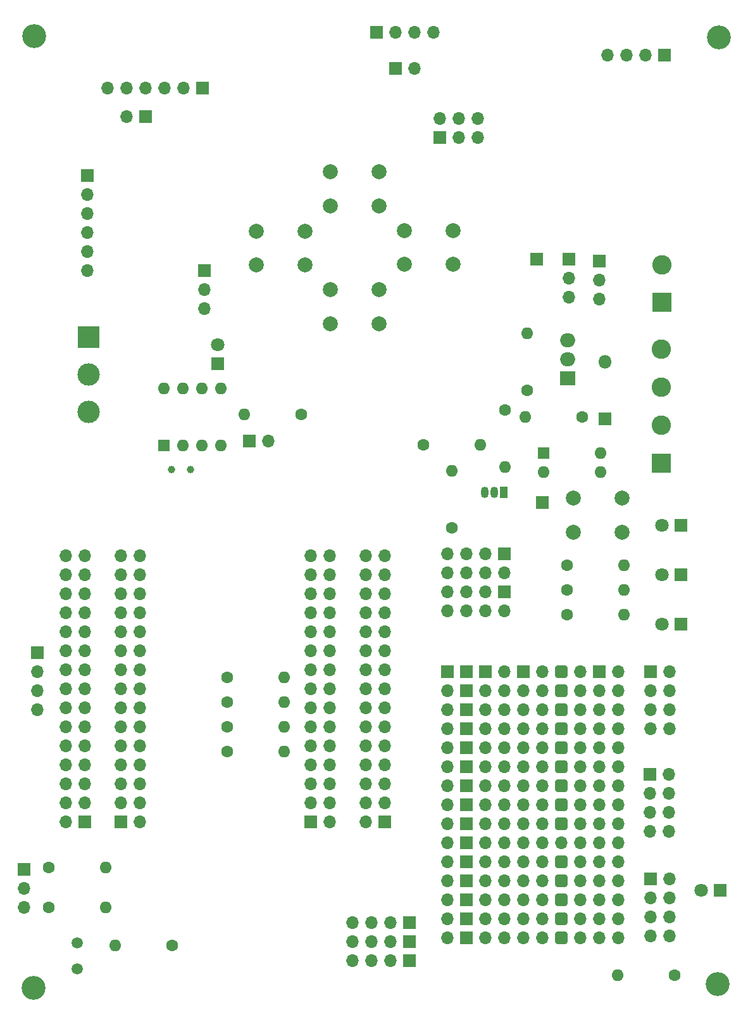
<source format=gbr>
%TF.GenerationSoftware,KiCad,Pcbnew,8.0.1*%
%TF.CreationDate,2024-10-06T13:50:50+02:00*%
%TF.ProjectId,CREPP.io,43524550-502e-4696-9f2e-6b696361645f,rev?*%
%TF.SameCoordinates,Original*%
%TF.FileFunction,Soldermask,Bot*%
%TF.FilePolarity,Negative*%
%FSLAX46Y46*%
G04 Gerber Fmt 4.6, Leading zero omitted, Abs format (unit mm)*
G04 Created by KiCad (PCBNEW 8.0.1) date 2024-10-06 13:50:50*
%MOMM*%
%LPD*%
G01*
G04 APERTURE LIST*
G04 Aperture macros list*
%AMFreePoly0*
4,1,25,-0.850000,0.425000,-0.829199,0.556332,-0.768832,0.674809,-0.674809,0.768832,-0.556332,0.829199,-0.425000,0.850000,0.425000,0.850000,0.556332,0.829199,0.674809,0.768832,0.768832,0.674809,0.829199,0.556332,0.850000,0.425000,0.850000,-0.425000,0.829199,-0.556332,0.768832,-0.674809,0.674809,-0.768832,0.556332,-0.829199,0.425000,-0.850000,-0.425000,-0.850000,-0.556332,-0.829199,
-0.674809,-0.768832,-0.768832,-0.674809,-0.829199,-0.556332,-0.850000,-0.425000,-0.850000,0.425000,-0.850000,0.425000,$1*%
G04 Aperture macros list end*
%ADD10C,1.600000*%
%ADD11O,1.600000X1.600000*%
%ADD12R,1.700000X1.700000*%
%ADD13O,1.700000X1.700000*%
%ADD14R,3.000000X3.000000*%
%ADD15C,3.000000*%
%ADD16R,1.800000X1.800000*%
%ADD17C,1.800000*%
%ADD18C,2.000000*%
%ADD19C,3.200000*%
%ADD20R,2.600000X2.600000*%
%ADD21C,2.600000*%
%ADD22R,1.600000X1.600000*%
%ADD23O,1.800000X1.800000*%
%ADD24C,1.500000*%
%ADD25FreePoly0,0.000000*%
%ADD26C,1.000000*%
%ADD27R,2.000000X1.905000*%
%ADD28O,2.000000X1.905000*%
%ADD29R,1.050000X1.500000*%
%ADD30O,1.050000X1.500000*%
G04 APERTURE END LIST*
D10*
%TO.C,R7*%
X151130000Y-79756000D03*
D11*
X158750000Y-79756000D03*
%TD*%
D12*
%TO.C,J25*%
X86893000Y-24409000D03*
D13*
X86893000Y-26949000D03*
X86893000Y-29489000D03*
X86893000Y-32029000D03*
X86893000Y-34569000D03*
X86893000Y-37109000D03*
%TD*%
D14*
%TO.C,RV1*%
X87122000Y-45974000D03*
D15*
X87122000Y-50974000D03*
X87122000Y-55974000D03*
%TD*%
D12*
%TO.C,J20*%
X130048000Y-129286000D03*
D13*
X127508000Y-129286000D03*
X124968000Y-129286000D03*
X122428000Y-129286000D03*
%TD*%
D12*
%TO.C,J30*%
X151384000Y-35575000D03*
D13*
X151384000Y-38115000D03*
X151384000Y-40655000D03*
%TD*%
D12*
%TO.C,J13*%
X142748000Y-74930000D03*
D13*
X142748000Y-77470000D03*
X140208000Y-74930000D03*
X140208000Y-77470000D03*
X137668000Y-74930000D03*
X137668000Y-77470000D03*
X135128000Y-74930000D03*
X135128000Y-77470000D03*
%TD*%
D16*
%TO.C,D3*%
X166370000Y-84328000D03*
D17*
X163830000Y-84328000D03*
%TD*%
D18*
%TO.C,SW4*%
X119432000Y-39660000D03*
X125932000Y-39660000D03*
X119432000Y-44160000D03*
X125932000Y-44160000D03*
%TD*%
D12*
%TO.C,J4*%
X91440000Y-110744000D03*
D13*
X93980000Y-110744000D03*
X91440000Y-108204000D03*
X93980000Y-108204000D03*
X91440000Y-105664000D03*
X93980000Y-105664000D03*
X91440000Y-103124000D03*
X93980000Y-103124000D03*
X91440000Y-100584000D03*
X93980000Y-100584000D03*
X91440000Y-98044000D03*
X93980000Y-98044000D03*
X91440000Y-95504000D03*
X93980000Y-95504000D03*
X91440000Y-92964000D03*
X93980000Y-92964000D03*
X91440000Y-90424000D03*
X93980000Y-90424000D03*
X91440000Y-87884000D03*
X93980000Y-87884000D03*
X91440000Y-85344000D03*
X93980000Y-85344000D03*
X91440000Y-82804000D03*
X93980000Y-82804000D03*
X91440000Y-80264000D03*
X93980000Y-80264000D03*
X91440000Y-77724000D03*
X93980000Y-77724000D03*
X91440000Y-75184000D03*
X93980000Y-75184000D03*
%TD*%
D12*
%TO.C,J15*%
X142748000Y-80010000D03*
D13*
X142748000Y-82550000D03*
X140208000Y-80010000D03*
X140208000Y-82550000D03*
X137668000Y-80010000D03*
X137668000Y-82550000D03*
X135128000Y-80010000D03*
X135128000Y-82550000D03*
%TD*%
D10*
%TO.C,R27*%
X115570000Y-56261000D03*
D11*
X107950000Y-56261000D03*
%TD*%
D12*
%TO.C,J19*%
X130048000Y-124206000D03*
D13*
X127508000Y-124206000D03*
X124968000Y-124206000D03*
X122428000Y-124206000D03*
%TD*%
D12*
%TO.C,J16*%
X134112000Y-19304000D03*
D13*
X134112000Y-16764000D03*
X136652000Y-19304000D03*
X136652000Y-16764000D03*
X139192000Y-19304000D03*
X139192000Y-16764000D03*
%TD*%
D12*
%TO.C,J6*%
X126746000Y-110744000D03*
D13*
X124206000Y-110744000D03*
X126746000Y-108204000D03*
X124206000Y-108204000D03*
X126746000Y-105664000D03*
X124206000Y-105664000D03*
X126746000Y-103124000D03*
X124206000Y-103124000D03*
X126746000Y-100584000D03*
X124206000Y-100584000D03*
X126746000Y-98044000D03*
X124206000Y-98044000D03*
X126746000Y-95504000D03*
X124206000Y-95504000D03*
X126746000Y-92964000D03*
X124206000Y-92964000D03*
X126746000Y-90424000D03*
X124206000Y-90424000D03*
X126746000Y-87884000D03*
X124206000Y-87884000D03*
X126746000Y-85344000D03*
X124206000Y-85344000D03*
X126746000Y-82804000D03*
X124206000Y-82804000D03*
X126746000Y-80264000D03*
X124206000Y-80264000D03*
X126746000Y-77724000D03*
X124206000Y-77724000D03*
X126746000Y-75184000D03*
X124206000Y-75184000D03*
%TD*%
D19*
%TO.C,H1*%
X171399200Y-5943600D03*
%TD*%
D12*
%TO.C,J7*%
X86614000Y-110744000D03*
D13*
X84074000Y-110744000D03*
X86614000Y-108204000D03*
X84074000Y-108204000D03*
X86614000Y-105664000D03*
X84074000Y-105664000D03*
X86614000Y-103124000D03*
X84074000Y-103124000D03*
X86614000Y-100584000D03*
X84074000Y-100584000D03*
X86614000Y-98044000D03*
X84074000Y-98044000D03*
X86614000Y-95504000D03*
X84074000Y-95504000D03*
X86614000Y-92964000D03*
X84074000Y-92964000D03*
X86614000Y-90424000D03*
X84074000Y-90424000D03*
X86614000Y-87884000D03*
X84074000Y-87884000D03*
X86614000Y-85344000D03*
X84074000Y-85344000D03*
X86614000Y-82804000D03*
X84074000Y-82804000D03*
X86614000Y-80264000D03*
X84074000Y-80264000D03*
X86614000Y-77724000D03*
X84074000Y-77724000D03*
X86614000Y-75184000D03*
X84074000Y-75184000D03*
%TD*%
D19*
%TO.C,H4*%
X171246800Y-132435600D03*
%TD*%
%TO.C,H2*%
X79806800Y-5791200D03*
%TD*%
D20*
%TO.C,J33*%
X163830000Y-41322000D03*
D21*
X163830000Y-36322000D03*
%TD*%
D18*
%TO.C,SW2*%
X119432000Y-23912000D03*
X125932000Y-23912000D03*
X119432000Y-28412000D03*
X125932000Y-28412000D03*
%TD*%
D10*
%TO.C,R1*%
X105664000Y-101346000D03*
D11*
X113284000Y-101346000D03*
%TD*%
D12*
%TO.C,J23*%
X125603000Y-5207000D03*
D13*
X128143000Y-5207000D03*
X130683000Y-5207000D03*
X133223000Y-5207000D03*
%TD*%
D10*
%TO.C,R17*%
X135686800Y-71475600D03*
D11*
X135686800Y-63855600D03*
%TD*%
D16*
%TO.C,D1*%
X166370000Y-71120000D03*
D17*
X163830000Y-71120000D03*
%TD*%
D12*
%TO.C,J21*%
X130048000Y-126746000D03*
D13*
X127508000Y-126746000D03*
X124968000Y-126746000D03*
X122428000Y-126746000D03*
%TD*%
D22*
%TO.C,U2*%
X147950000Y-61436000D03*
D11*
X147950000Y-63976000D03*
X155570000Y-63976000D03*
X155570000Y-61436000D03*
%TD*%
D12*
%TO.C,J35*%
X80264000Y-88148000D03*
D13*
X80264000Y-90688000D03*
X80264000Y-93228000D03*
X80264000Y-95768000D03*
%TD*%
D12*
%TO.C,J12*%
X135128000Y-90678000D03*
X137668000Y-90678000D03*
D13*
X135128000Y-93218000D03*
D12*
X137668000Y-93218000D03*
D13*
X135128000Y-95758000D03*
D12*
X137668000Y-95758000D03*
D13*
X135128000Y-98298000D03*
D12*
X137668000Y-98298000D03*
D13*
X135128000Y-100838000D03*
D12*
X137668000Y-100838000D03*
D13*
X135128000Y-103378000D03*
D12*
X137668000Y-103378000D03*
D13*
X135128000Y-105918000D03*
D12*
X137668000Y-105918000D03*
D13*
X135128000Y-108458000D03*
D12*
X137668000Y-108458000D03*
D13*
X135128000Y-110998000D03*
D12*
X137668000Y-110998000D03*
D13*
X135128000Y-113538000D03*
D12*
X137668000Y-113538000D03*
D13*
X135128000Y-116078000D03*
D12*
X137668000Y-116078000D03*
D13*
X135128000Y-118618000D03*
D12*
X137668000Y-118618000D03*
D13*
X135128000Y-121158000D03*
D12*
X137668000Y-121158000D03*
D13*
X135128000Y-123698000D03*
D12*
X137668000Y-123698000D03*
D13*
X135128000Y-126238000D03*
D12*
X137668000Y-126238000D03*
%TD*%
%TO.C,J5*%
X116840000Y-110744000D03*
D13*
X119380000Y-110744000D03*
X116840000Y-108204000D03*
X119380000Y-108204000D03*
X116840000Y-105664000D03*
X119380000Y-105664000D03*
X116840000Y-103124000D03*
X119380000Y-103124000D03*
X116840000Y-100584000D03*
X119380000Y-100584000D03*
X116840000Y-98044000D03*
X119380000Y-98044000D03*
X116840000Y-95504000D03*
X119380000Y-95504000D03*
X116840000Y-92964000D03*
X119380000Y-92964000D03*
X116840000Y-90424000D03*
X119380000Y-90424000D03*
X116840000Y-87884000D03*
X119380000Y-87884000D03*
X116840000Y-85344000D03*
X119380000Y-85344000D03*
X116840000Y-82804000D03*
X119380000Y-82804000D03*
X116840000Y-80264000D03*
X119380000Y-80264000D03*
X116840000Y-77724000D03*
X119380000Y-77724000D03*
X116840000Y-75184000D03*
X119380000Y-75184000D03*
%TD*%
D18*
%TO.C,SW3*%
X129390000Y-31750000D03*
X135890000Y-31750000D03*
X129390000Y-36250000D03*
X135890000Y-36250000D03*
%TD*%
D16*
%TO.C,D12*%
X104394000Y-49530000D03*
D17*
X104394000Y-46990000D03*
%TD*%
D16*
%TO.C,D5*%
X156210000Y-56896000D03*
D23*
X156210000Y-49276000D03*
%TD*%
D10*
%TO.C,R2*%
X105664000Y-91440000D03*
D11*
X113284000Y-91440000D03*
%TD*%
D24*
%TO.C,LDR1*%
X85598000Y-126952800D03*
X85598000Y-130352800D03*
%TD*%
D12*
%TO.C,JP7*%
X108610400Y-59893200D03*
D13*
X111150400Y-59893200D03*
%TD*%
D12*
%TO.C,J8*%
X155448000Y-90678000D03*
D13*
X157988000Y-90678000D03*
X155448000Y-93218000D03*
X157988000Y-93218000D03*
X155448000Y-95758000D03*
X157988000Y-95758000D03*
X155448000Y-98298000D03*
X157988000Y-98298000D03*
X155448000Y-100838000D03*
X157988000Y-100838000D03*
X155448000Y-103378000D03*
X157988000Y-103378000D03*
X155448000Y-105918000D03*
X157988000Y-105918000D03*
X155448000Y-108458000D03*
X157988000Y-108458000D03*
X155448000Y-110998000D03*
X157988000Y-110998000D03*
X155448000Y-113538000D03*
X157988000Y-113538000D03*
X155448000Y-116078000D03*
X157988000Y-116078000D03*
X155448000Y-118618000D03*
X157988000Y-118618000D03*
X155448000Y-121158000D03*
X157988000Y-121158000D03*
X155448000Y-123698000D03*
X157988000Y-123698000D03*
X155448000Y-126238000D03*
X157988000Y-126238000D03*
%TD*%
D12*
%TO.C,J17*%
X162218000Y-104394000D03*
D13*
X164758000Y-104394000D03*
X162218000Y-106934000D03*
X164758000Y-106934000D03*
X162218000Y-109474000D03*
X164758000Y-109474000D03*
X162218000Y-112014000D03*
X164758000Y-112014000D03*
%TD*%
D12*
%TO.C,J3*%
X162306000Y-90678000D03*
D13*
X164846000Y-90678000D03*
X162306000Y-93218000D03*
X164846000Y-93218000D03*
X162306000Y-95758000D03*
X164846000Y-95758000D03*
X162306000Y-98298000D03*
X164846000Y-98298000D03*
%TD*%
D12*
%TO.C,J29*%
X102362000Y-12700000D03*
D13*
X99822000Y-12700000D03*
X97282000Y-12700000D03*
X94742000Y-12700000D03*
X92202000Y-12700000D03*
X89662000Y-12700000D03*
%TD*%
D12*
%TO.C,J9*%
X140208000Y-90678000D03*
D13*
X142748000Y-90678000D03*
X140208000Y-93218000D03*
X142748000Y-93218000D03*
X140208000Y-95758000D03*
X142748000Y-95758000D03*
X140208000Y-98298000D03*
X142748000Y-98298000D03*
X140208000Y-100838000D03*
X142748000Y-100838000D03*
X140208000Y-103378000D03*
X142748000Y-103378000D03*
X140208000Y-105918000D03*
X142748000Y-105918000D03*
X140208000Y-108458000D03*
X142748000Y-108458000D03*
X140208000Y-110998000D03*
X142748000Y-110998000D03*
X140208000Y-113538000D03*
X142748000Y-113538000D03*
X140208000Y-116078000D03*
X142748000Y-116078000D03*
X140208000Y-118618000D03*
X142748000Y-118618000D03*
X140208000Y-121158000D03*
X142748000Y-121158000D03*
X140208000Y-123698000D03*
X142748000Y-123698000D03*
X140208000Y-126238000D03*
X142748000Y-126238000D03*
%TD*%
D16*
%TO.C,D4*%
X171577000Y-119888000D03*
D17*
X169037000Y-119888000D03*
%TD*%
D12*
%TO.C,J36*%
X102616000Y-37084000D03*
D13*
X102616000Y-39624000D03*
X102616000Y-42164000D03*
%TD*%
D10*
%TO.C,R3*%
X105664000Y-94742000D03*
D11*
X113284000Y-94742000D03*
%TD*%
D10*
%TO.C,R5*%
X165481000Y-131191000D03*
D11*
X157861000Y-131191000D03*
%TD*%
D12*
%TO.C,J26*%
X78486000Y-117094000D03*
D13*
X78486000Y-119634000D03*
X78486000Y-122174000D03*
%TD*%
D12*
%TO.C,J37*%
X147828000Y-68072000D03*
%TD*%
D10*
%TO.C,R16*%
X81788000Y-122174000D03*
D11*
X89408000Y-122174000D03*
%TD*%
D10*
%TO.C,R15*%
X98298000Y-127254000D03*
D11*
X90678000Y-127254000D03*
%TD*%
D25*
%TO.C,J11*%
X150368000Y-90678000D03*
D13*
X152908000Y-90678000D03*
D25*
X150368000Y-93218000D03*
D13*
X152908000Y-93218000D03*
D25*
X150368000Y-95758000D03*
D13*
X152908000Y-95758000D03*
D25*
X150368000Y-98298000D03*
D13*
X152908000Y-98298000D03*
D25*
X150368000Y-100838000D03*
D13*
X152908000Y-100838000D03*
D25*
X150368000Y-103378000D03*
D13*
X152908000Y-103378000D03*
D25*
X150368000Y-105918000D03*
D13*
X152908000Y-105918000D03*
D25*
X150368000Y-108458000D03*
D13*
X152908000Y-108458000D03*
D25*
X150368000Y-110998000D03*
D13*
X152908000Y-110998000D03*
X150368000Y-113538000D03*
X152908000Y-113538000D03*
D25*
X150368000Y-116078000D03*
D13*
X152908000Y-116078000D03*
D25*
X150368000Y-118618000D03*
D13*
X152908000Y-118618000D03*
D25*
X150368000Y-121158000D03*
D13*
X152908000Y-121158000D03*
D25*
X150368000Y-123698000D03*
D13*
X152908000Y-123698000D03*
D25*
X150368000Y-126238000D03*
D13*
X152908000Y-126238000D03*
%TD*%
D10*
%TO.C,R12*%
X142849600Y-55676800D03*
D11*
X142849600Y-63296800D03*
%TD*%
D19*
%TO.C,H3*%
X79756000Y-132892800D03*
%TD*%
D20*
%TO.C,J1*%
X163760000Y-62816000D03*
D21*
X163760000Y-57736000D03*
X163760000Y-52656000D03*
X163760000Y-47576000D03*
%TD*%
D12*
%TO.C,J32*%
X155448000Y-35814000D03*
D13*
X155448000Y-38354000D03*
X155448000Y-40894000D03*
%TD*%
D10*
%TO.C,R6*%
X151130000Y-76454000D03*
D11*
X158750000Y-76454000D03*
%TD*%
D10*
%TO.C,R8*%
X151130000Y-83058000D03*
D11*
X158750000Y-83058000D03*
%TD*%
D12*
%TO.C,J10*%
X145288000Y-90678000D03*
D13*
X147828000Y-90678000D03*
X145288000Y-93218000D03*
X147828000Y-93218000D03*
X145288000Y-95758000D03*
X147828000Y-95758000D03*
X145288000Y-98298000D03*
X147828000Y-98298000D03*
X145288000Y-100838000D03*
X147828000Y-100838000D03*
X145288000Y-103378000D03*
X147828000Y-103378000D03*
X145288000Y-105918000D03*
X147828000Y-105918000D03*
X145288000Y-108458000D03*
X147828000Y-108458000D03*
X145288000Y-110998000D03*
X147828000Y-110998000D03*
X145288000Y-113538000D03*
X147828000Y-113538000D03*
X145288000Y-116078000D03*
X147828000Y-116078000D03*
X145288000Y-118618000D03*
X147828000Y-118618000D03*
X145288000Y-121158000D03*
X147828000Y-121158000D03*
X145288000Y-123698000D03*
X147828000Y-123698000D03*
X145288000Y-126238000D03*
X147828000Y-126238000D03*
%TD*%
D12*
%TO.C,J27*%
X128143000Y-10033000D03*
D13*
X130683000Y-10033000D03*
%TD*%
D26*
%TO.C,Y2*%
X98171000Y-63627000D03*
X100711000Y-63627000D03*
%TD*%
D10*
%TO.C,R13*%
X131876800Y-60401200D03*
D11*
X139496800Y-60401200D03*
%TD*%
D27*
%TO.C,Q1*%
X151160000Y-51486000D03*
D28*
X151160000Y-48946000D03*
X151160000Y-46406000D03*
%TD*%
D18*
%TO.C,SW1*%
X109578000Y-31822000D03*
X116078000Y-31822000D03*
X109578000Y-36322000D03*
X116078000Y-36322000D03*
%TD*%
D12*
%TO.C,J18*%
X162306000Y-118364000D03*
D13*
X164846000Y-118364000D03*
X162306000Y-120904000D03*
X164846000Y-120904000D03*
X162306000Y-123444000D03*
X164846000Y-123444000D03*
X162306000Y-125984000D03*
X164846000Y-125984000D03*
%TD*%
D12*
%TO.C,J14*%
X164134800Y-8331200D03*
D13*
X161594800Y-8331200D03*
X159054800Y-8331200D03*
X156514800Y-8331200D03*
%TD*%
D12*
%TO.C,J28*%
X94742000Y-16510000D03*
D13*
X92202000Y-16510000D03*
%TD*%
D18*
%TO.C,SW5*%
X151996000Y-67513200D03*
X158496000Y-67513200D03*
X151996000Y-72013200D03*
X158496000Y-72013200D03*
%TD*%
D12*
%TO.C,J34*%
X147066000Y-35560000D03*
%TD*%
D10*
%TO.C,R4*%
X105664000Y-98044000D03*
D11*
X113284000Y-98044000D03*
%TD*%
D16*
%TO.C,D2*%
X166370000Y-77724000D03*
D17*
X163830000Y-77724000D03*
%TD*%
D10*
%TO.C,R9*%
X145796000Y-53086000D03*
D11*
X145796000Y-45466000D03*
%TD*%
D10*
%TO.C,R14*%
X153162000Y-56642000D03*
D11*
X145542000Y-56642000D03*
%TD*%
D10*
%TO.C,R10*%
X81788000Y-116840000D03*
D11*
X89408000Y-116840000D03*
%TD*%
D29*
%TO.C,Q2*%
X142646400Y-66696000D03*
D30*
X141376400Y-66696000D03*
X140106400Y-66696000D03*
%TD*%
D22*
%TO.C,U14*%
X97165000Y-60442000D03*
D11*
X99705000Y-60442000D03*
X102245000Y-60442000D03*
X104785000Y-60442000D03*
X104785000Y-52822000D03*
X102245000Y-52822000D03*
X99705000Y-52822000D03*
X97165000Y-52822000D03*
%TD*%
M02*

</source>
